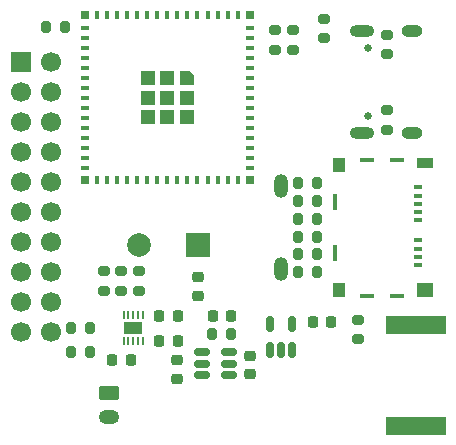
<source format=gbr>
%TF.GenerationSoftware,KiCad,Pcbnew,9.0.0*%
%TF.CreationDate,2025-05-09T11:29:12-04:00*%
%TF.ProjectId,ESP32 Ground Station,45535033-3220-4477-926f-756e64205374,rev?*%
%TF.SameCoordinates,Original*%
%TF.FileFunction,Soldermask,Bot*%
%TF.FilePolarity,Negative*%
%FSLAX46Y46*%
G04 Gerber Fmt 4.6, Leading zero omitted, Abs format (unit mm)*
G04 Created by KiCad (PCBNEW 9.0.0) date 2025-05-09 11:29:12*
%MOMM*%
%LPD*%
G01*
G04 APERTURE LIST*
G04 Aperture macros list*
%AMRoundRect*
0 Rectangle with rounded corners*
0 $1 Rounding radius*
0 $2 $3 $4 $5 $6 $7 $8 $9 X,Y pos of 4 corners*
0 Add a 4 corners polygon primitive as box body*
4,1,4,$2,$3,$4,$5,$6,$7,$8,$9,$2,$3,0*
0 Add four circle primitives for the rounded corners*
1,1,$1+$1,$2,$3*
1,1,$1+$1,$4,$5*
1,1,$1+$1,$6,$7*
1,1,$1+$1,$8,$9*
0 Add four rect primitives between the rounded corners*
20,1,$1+$1,$2,$3,$4,$5,0*
20,1,$1+$1,$4,$5,$6,$7,0*
20,1,$1+$1,$6,$7,$8,$9,0*
20,1,$1+$1,$8,$9,$2,$3,0*%
%AMOutline5P*
0 Free polygon, 5 corners , with rotation*
0 The origin of the aperture is its center*
0 number of corners: always 5*
0 $1 to $10 corner X, Y*
0 $11 Rotation angle, in degrees counterclockwise*
0 create outline with 5 corners*
4,1,5,$1,$2,$3,$4,$5,$6,$7,$8,$9,$10,$1,$2,$11*%
%AMOutline6P*
0 Free polygon, 6 corners , with rotation*
0 The origin of the aperture is its center*
0 number of corners: always 6*
0 $1 to $12 corner X, Y*
0 $13 Rotation angle, in degrees counterclockwise*
0 create outline with 6 corners*
4,1,6,$1,$2,$3,$4,$5,$6,$7,$8,$9,$10,$11,$12,$1,$2,$13*%
%AMOutline7P*
0 Free polygon, 7 corners , with rotation*
0 The origin of the aperture is its center*
0 number of corners: always 7*
0 $1 to $14 corner X, Y*
0 $15 Rotation angle, in degrees counterclockwise*
0 create outline with 7 corners*
4,1,7,$1,$2,$3,$4,$5,$6,$7,$8,$9,$10,$11,$12,$13,$14,$1,$2,$15*%
%AMOutline8P*
0 Free polygon, 8 corners , with rotation*
0 The origin of the aperture is its center*
0 number of corners: always 8*
0 $1 to $16 corner X, Y*
0 $17 Rotation angle, in degrees counterclockwise*
0 create outline with 8 corners*
4,1,8,$1,$2,$3,$4,$5,$6,$7,$8,$9,$10,$11,$12,$13,$14,$15,$16,$1,$2,$17*%
G04 Aperture macros list end*
%ADD10RoundRect,0.250000X-0.625000X0.350000X-0.625000X-0.350000X0.625000X-0.350000X0.625000X0.350000X0*%
%ADD11O,1.750000X1.200000*%
%ADD12R,2.000000X2.000000*%
%ADD13C,2.000000*%
%ADD14C,0.650000*%
%ADD15O,2.100000X1.000000*%
%ADD16O,1.800000X1.000000*%
%ADD17R,1.700000X1.700000*%
%ADD18C,1.700000*%
%ADD19O,1.200000X2.000000*%
%ADD20R,5.080000X1.500000*%
%ADD21RoundRect,0.200000X0.275000X-0.200000X0.275000X0.200000X-0.275000X0.200000X-0.275000X-0.200000X0*%
%ADD22RoundRect,0.200000X0.200000X0.275000X-0.200000X0.275000X-0.200000X-0.275000X0.200000X-0.275000X0*%
%ADD23RoundRect,0.200000X-0.275000X0.200000X-0.275000X-0.200000X0.275000X-0.200000X0.275000X0.200000X0*%
%ADD24RoundRect,0.225000X-0.250000X0.225000X-0.250000X-0.225000X0.250000X-0.225000X0.250000X0.225000X0*%
%ADD25RoundRect,0.150000X-0.512500X-0.150000X0.512500X-0.150000X0.512500X0.150000X-0.512500X0.150000X0*%
%ADD26R,0.203200X0.660400*%
%ADD27R,1.600200X0.990600*%
%ADD28RoundRect,0.200000X-0.200000X-0.275000X0.200000X-0.275000X0.200000X0.275000X-0.200000X0.275000X0*%
%ADD29RoundRect,0.225000X0.225000X0.250000X-0.225000X0.250000X-0.225000X-0.250000X0.225000X-0.250000X0*%
%ADD30RoundRect,0.225000X-0.225000X-0.250000X0.225000X-0.250000X0.225000X0.250000X-0.225000X0.250000X0*%
%ADD31R,0.700000X0.450000*%
%ADD32R,1.200000X0.400000*%
%ADD33R,1.400000X0.950000*%
%ADD34R,1.000000X1.300000*%
%ADD35R,0.400000X1.400000*%
%ADD36R,1.400000X1.300000*%
%ADD37RoundRect,0.150000X0.150000X-0.512500X0.150000X0.512500X-0.150000X0.512500X-0.150000X-0.512500X0*%
%ADD38RoundRect,0.218750X0.256250X-0.218750X0.256250X0.218750X-0.256250X0.218750X-0.256250X-0.218750X0*%
%ADD39R,0.800000X0.400000*%
%ADD40R,0.400000X0.800000*%
%ADD41R,1.200000X1.200000*%
%ADD42Outline5P,-0.600000X0.600000X0.600000X0.600000X0.600000X-0.600000X-0.204000X-0.600000X-0.600000X-0.204000X180.000000*%
%ADD43R,0.800000X0.800000*%
G04 APERTURE END LIST*
D10*
%TO.C,J2*%
X207450000Y-105999999D03*
D11*
X207450000Y-107999999D03*
%TD*%
D12*
%TO.C,BZ1*%
X215000000Y-93500000D03*
D13*
X210000000Y-93500000D03*
%TD*%
D14*
%TO.C,J3*%
X229395000Y-82570000D03*
X229395000Y-76790000D03*
D15*
X228895000Y-84000000D03*
D16*
X233075000Y-84000000D03*
D15*
X228895000Y-75360000D03*
D16*
X233075000Y-75360000D03*
%TD*%
D17*
%TO.C,J5*%
X200000000Y-78000000D03*
D18*
X202540000Y-78000000D03*
X200000000Y-80540000D03*
X202540000Y-80540000D03*
X200000000Y-83080000D03*
X202540000Y-83080000D03*
X200000000Y-85620000D03*
X202540000Y-85620000D03*
X200000000Y-88160000D03*
X202540000Y-88160000D03*
X200000000Y-90700000D03*
X202540000Y-90700000D03*
X200000000Y-93240000D03*
X202540000Y-93240000D03*
X200000000Y-95780000D03*
X202540000Y-95780000D03*
X200000000Y-98320000D03*
X202540000Y-98320000D03*
X200000000Y-100860000D03*
X202540000Y-100860000D03*
%TD*%
D19*
%TO.C,SW1*%
X222000000Y-88500000D03*
X222000000Y-95500000D03*
%TD*%
D20*
%TO.C,J4*%
X233410000Y-100250000D03*
X233410000Y-108750000D03*
%TD*%
D21*
%TO.C,R4*%
X231000000Y-77325000D03*
X231000000Y-75675000D03*
%TD*%
D22*
%TO.C,R19*%
X205875000Y-102500000D03*
X204225000Y-102500000D03*
%TD*%
%TO.C,R14*%
X217825000Y-101000000D03*
X216175000Y-101000000D03*
%TD*%
D23*
%TO.C,R2*%
X210000000Y-95675000D03*
X210000000Y-97325000D03*
%TD*%
D24*
%TO.C,C10*%
X219375000Y-102850000D03*
X219375000Y-104400000D03*
%TD*%
D25*
%TO.C,U5*%
X215362500Y-104450000D03*
X215362500Y-103500000D03*
X215362500Y-102550000D03*
X217637500Y-102550000D03*
X217637500Y-103500000D03*
X217637500Y-104450000D03*
%TD*%
D26*
%TO.C,U6*%
X210300100Y-101630300D03*
X209900050Y-101630300D03*
X209500000Y-101630300D03*
X209099950Y-101630300D03*
X208699900Y-101630300D03*
X208699900Y-99369700D03*
X209099950Y-99369700D03*
X209500000Y-99369700D03*
X209900050Y-99369700D03*
X210300100Y-99369700D03*
D27*
X209500000Y-100500000D03*
%TD*%
D22*
%TO.C,R6*%
X225075000Y-95750000D03*
X223425000Y-95750000D03*
%TD*%
D28*
%TO.C,R15*%
X202100000Y-75000000D03*
X203750000Y-75000000D03*
%TD*%
D23*
%TO.C,R13*%
X228500000Y-99800000D03*
X228500000Y-101450000D03*
%TD*%
D29*
%TO.C,C1*%
X213275000Y-99500000D03*
X211725000Y-99500000D03*
%TD*%
D23*
%TO.C,R22*%
X225625000Y-74300000D03*
X225625000Y-75950000D03*
%TD*%
D30*
%TO.C,C3*%
X207735000Y-103180000D03*
X209285000Y-103180000D03*
%TD*%
D22*
%TO.C,R8*%
X225075000Y-92750000D03*
X223425000Y-92750000D03*
%TD*%
%TO.C,R10*%
X225075000Y-89750000D03*
X223425000Y-89750000D03*
%TD*%
D23*
%TO.C,R1*%
X208500000Y-95675000D03*
X208500000Y-97325000D03*
%TD*%
%TO.C,R16*%
X221500000Y-75300000D03*
X221500000Y-76950000D03*
%TD*%
D22*
%TO.C,R7*%
X225075000Y-94250000D03*
X223425000Y-94250000D03*
%TD*%
D23*
%TO.C,R17*%
X223050000Y-75300000D03*
X223050000Y-76950000D03*
%TD*%
D31*
%TO.C,J1*%
X233635000Y-95180000D03*
X233635000Y-94480000D03*
X233635000Y-93780000D03*
X233635000Y-93080000D03*
X233635000Y-91380000D03*
X233635000Y-90680000D03*
X233635000Y-89280000D03*
X233635000Y-88580000D03*
X233635000Y-89980000D03*
D32*
X231875000Y-86250000D03*
X229275000Y-86250000D03*
D33*
X234175000Y-86525000D03*
D34*
X226915000Y-86700000D03*
D35*
X226615000Y-89860000D03*
X226615000Y-94110000D03*
D36*
X234175000Y-97300000D03*
D34*
X226915000Y-97300000D03*
D32*
X231875000Y-97750000D03*
X229275000Y-97750000D03*
%TD*%
D22*
%TO.C,R12*%
X225075000Y-91250000D03*
X223425000Y-91250000D03*
%TD*%
D37*
%TO.C,U3*%
X222950000Y-102387500D03*
X222000000Y-102387500D03*
X221050000Y-102387500D03*
X221050000Y-100112500D03*
X222950000Y-100112500D03*
%TD*%
D29*
%TO.C,C2*%
X213280000Y-101580000D03*
X211730000Y-101580000D03*
%TD*%
%TO.C,C4*%
X217775000Y-99499997D03*
X216225000Y-99499997D03*
%TD*%
D22*
%TO.C,R11*%
X225075000Y-88250000D03*
X223425000Y-88250000D03*
%TD*%
D29*
%TO.C,C11*%
X226275000Y-100000000D03*
X224725000Y-100000000D03*
%TD*%
D38*
%TO.C,D5*%
X213250000Y-104787501D03*
X213250000Y-103212499D03*
%TD*%
D39*
%TO.C,U1*%
X219400000Y-75050000D03*
X219400000Y-75900000D03*
X219400000Y-76750000D03*
X219400000Y-77600000D03*
X219400000Y-78450000D03*
X219400000Y-79300000D03*
X219400000Y-80150000D03*
X219400000Y-81000000D03*
X219400000Y-81850000D03*
X219400000Y-82700000D03*
X219400000Y-83550000D03*
X219400000Y-84400000D03*
X219400000Y-85250000D03*
X219400000Y-86100000D03*
X219400000Y-86950000D03*
D40*
X218350000Y-88000000D03*
X217500000Y-88000000D03*
X216650000Y-88000000D03*
X215800000Y-88000000D03*
X214950000Y-88000000D03*
X214100000Y-88000000D03*
X213250000Y-88000000D03*
X212400000Y-88000000D03*
X211550000Y-88000000D03*
X210700000Y-88000000D03*
X209850000Y-88000000D03*
X209000000Y-88000000D03*
X208150000Y-88000000D03*
X207300000Y-88000000D03*
X206450000Y-88000000D03*
D39*
X205400000Y-86950000D03*
X205400000Y-86100000D03*
X205400000Y-85250000D03*
X205400000Y-84400000D03*
X205400000Y-83550000D03*
X205400000Y-82700000D03*
X205400000Y-81850000D03*
X205400000Y-81000000D03*
X205400000Y-80150000D03*
X205400000Y-79300000D03*
X205400000Y-78450000D03*
X205400000Y-77600000D03*
X205400000Y-76750000D03*
X205400000Y-75900000D03*
X205400000Y-75050000D03*
D40*
X206450000Y-74000000D03*
X207300000Y-74000000D03*
X208150000Y-74000000D03*
X209000000Y-74000000D03*
X209850000Y-74000000D03*
X210700000Y-74000000D03*
X211550000Y-74000000D03*
X212400000Y-74000000D03*
X213250000Y-74000000D03*
X214100000Y-74000000D03*
X214950000Y-74000000D03*
X215800000Y-74000000D03*
X216650000Y-74000000D03*
X217500000Y-74000000D03*
X218350000Y-74000000D03*
D41*
X214050000Y-82650000D03*
X214050000Y-81000000D03*
D42*
X214050000Y-79350000D03*
D41*
X212400000Y-82650000D03*
X212400000Y-81000000D03*
X212400000Y-79350000D03*
X210750000Y-82650000D03*
X210750000Y-81000000D03*
X210750000Y-79350000D03*
D43*
X219400000Y-74000000D03*
X219400000Y-88000000D03*
X205400000Y-88000000D03*
X205400000Y-74000000D03*
%TD*%
D38*
%TO.C,D4*%
X215000000Y-97787501D03*
X215000000Y-96212499D03*
%TD*%
D23*
%TO.C,R3*%
X231000000Y-82050000D03*
X231000000Y-83700000D03*
%TD*%
%TO.C,R5*%
X207019999Y-95675000D03*
X207019999Y-97325000D03*
%TD*%
D22*
%TO.C,R20*%
X205875000Y-100500000D03*
X204225000Y-100500000D03*
%TD*%
M02*

</source>
